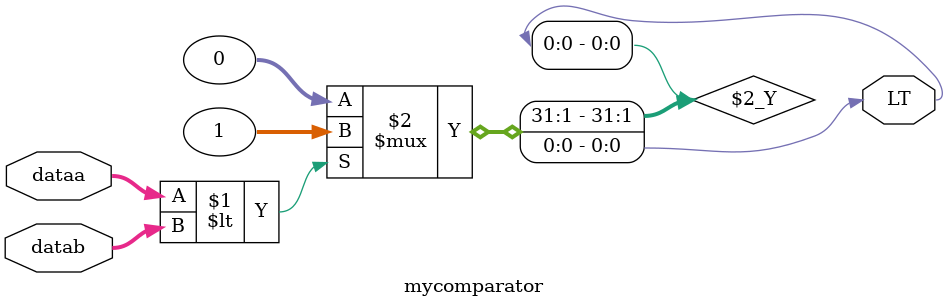
<source format=sv>
module mycomparator(input [9:0] dataa, datab, output LT);
    assign LT = (dataa < datab) ? 1 : 0;
endmodule

</source>
